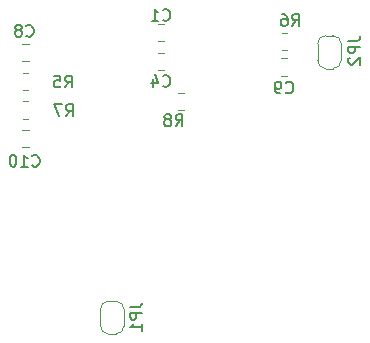
<source format=gbo>
G04 #@! TF.GenerationSoftware,KiCad,Pcbnew,(5.1.8-0-10_14)*
G04 #@! TF.CreationDate,2021-08-13T20:39:07-06:00*
G04 #@! TF.ProjectId,ESP8266_Water_Sensor,45535038-3236-4365-9f57-617465725f53,rev?*
G04 #@! TF.SameCoordinates,Original*
G04 #@! TF.FileFunction,Legend,Bot*
G04 #@! TF.FilePolarity,Positive*
%FSLAX46Y46*%
G04 Gerber Fmt 4.6, Leading zero omitted, Abs format (unit mm)*
G04 Created by KiCad (PCBNEW (5.1.8-0-10_14)) date 2021-08-13 20:39:07*
%MOMM*%
%LPD*%
G01*
G04 APERTURE LIST*
%ADD10C,0.120000*%
%ADD11C,0.150000*%
%ADD12C,3.716000*%
%ADD13O,1.801600X1.801600*%
%ADD14C,1.901600*%
%ADD15C,0.100000*%
%ADD16C,2.051600*%
%ADD17C,1.701600*%
G04 APERTURE END LIST*
D10*
X235577748Y-85015400D02*
X236100252Y-85015400D01*
X235577748Y-86485400D02*
X236100252Y-86485400D01*
X235526948Y-87479200D02*
X236049452Y-87479200D01*
X235526948Y-88949200D02*
X236049452Y-88949200D01*
X224594052Y-86691800D02*
X224071548Y-86691800D01*
X224594052Y-88161800D02*
X224071548Y-88161800D01*
X246488852Y-89406400D02*
X245966348Y-89406400D01*
X246488852Y-87936400D02*
X245966348Y-87936400D01*
X224594052Y-95477000D02*
X224071548Y-95477000D01*
X224594052Y-94007000D02*
X224071548Y-94007000D01*
X231973400Y-108480400D02*
X231373400Y-108480400D01*
X232673400Y-110580400D02*
X232673400Y-109180400D01*
X231373400Y-111280400D02*
X231973400Y-111280400D01*
X230673400Y-109180400D02*
X230673400Y-110580400D01*
X231373400Y-108480400D02*
G75*
G03*
X230673400Y-109180400I0J-700000D01*
G01*
X232673400Y-109180400D02*
G75*
G03*
X231973400Y-108480400I-700000J0D01*
G01*
X231973400Y-111280400D02*
G75*
G03*
X232673400Y-110580400I0J700000D01*
G01*
X230673400Y-110580400D02*
G75*
G03*
X231373400Y-111280400I700000J0D01*
G01*
X249063000Y-86701400D02*
X249063000Y-88101400D01*
X249763000Y-88801400D02*
X250363000Y-88801400D01*
X251063000Y-88101400D02*
X251063000Y-86701400D01*
X250363000Y-86001400D02*
X249763000Y-86001400D01*
X249063000Y-88101400D02*
G75*
G03*
X249763000Y-88801400I700000J0D01*
G01*
X250363000Y-88801400D02*
G75*
G03*
X251063000Y-88101400I0J700000D01*
G01*
X251063000Y-86701400D02*
G75*
G03*
X250363000Y-86001400I-700000J0D01*
G01*
X249763000Y-86001400D02*
G75*
G03*
X249063000Y-86701400I0J-700000D01*
G01*
X224105736Y-89155600D02*
X224559864Y-89155600D01*
X224105736Y-90625600D02*
X224559864Y-90625600D01*
X246025936Y-85777400D02*
X246480064Y-85777400D01*
X246025936Y-87247400D02*
X246480064Y-87247400D01*
X224105736Y-91568600D02*
X224559864Y-91568600D01*
X224105736Y-93038600D02*
X224559864Y-93038600D01*
X237262936Y-92302000D02*
X237717064Y-92302000D01*
X237262936Y-90832000D02*
X237717064Y-90832000D01*
D11*
X235954866Y-84659742D02*
X236002485Y-84707361D01*
X236145342Y-84754980D01*
X236240580Y-84754980D01*
X236383438Y-84707361D01*
X236478676Y-84612123D01*
X236526295Y-84516885D01*
X236573914Y-84326409D01*
X236573914Y-84183552D01*
X236526295Y-83993076D01*
X236478676Y-83897838D01*
X236383438Y-83802600D01*
X236240580Y-83754980D01*
X236145342Y-83754980D01*
X236002485Y-83802600D01*
X235954866Y-83850219D01*
X235002485Y-84754980D02*
X235573914Y-84754980D01*
X235288200Y-84754980D02*
X235288200Y-83754980D01*
X235383438Y-83897838D01*
X235478676Y-83993076D01*
X235573914Y-84040695D01*
X235954866Y-90251342D02*
X236002485Y-90298961D01*
X236145342Y-90346580D01*
X236240580Y-90346580D01*
X236383438Y-90298961D01*
X236478676Y-90203723D01*
X236526295Y-90108485D01*
X236573914Y-89918009D01*
X236573914Y-89775152D01*
X236526295Y-89584676D01*
X236478676Y-89489438D01*
X236383438Y-89394200D01*
X236240580Y-89346580D01*
X236145342Y-89346580D01*
X236002485Y-89394200D01*
X235954866Y-89441819D01*
X235097723Y-89679914D02*
X235097723Y-90346580D01*
X235335819Y-89298961D02*
X235573914Y-90013247D01*
X234954866Y-90013247D01*
X224397866Y-86005942D02*
X224445485Y-86053561D01*
X224588342Y-86101180D01*
X224683580Y-86101180D01*
X224826438Y-86053561D01*
X224921676Y-85958323D01*
X224969295Y-85863085D01*
X225016914Y-85672609D01*
X225016914Y-85529752D01*
X224969295Y-85339276D01*
X224921676Y-85244038D01*
X224826438Y-85148800D01*
X224683580Y-85101180D01*
X224588342Y-85101180D01*
X224445485Y-85148800D01*
X224397866Y-85196419D01*
X223826438Y-85529752D02*
X223921676Y-85482133D01*
X223969295Y-85434514D01*
X224016914Y-85339276D01*
X224016914Y-85291657D01*
X223969295Y-85196419D01*
X223921676Y-85148800D01*
X223826438Y-85101180D01*
X223635961Y-85101180D01*
X223540723Y-85148800D01*
X223493104Y-85196419D01*
X223445485Y-85291657D01*
X223445485Y-85339276D01*
X223493104Y-85434514D01*
X223540723Y-85482133D01*
X223635961Y-85529752D01*
X223826438Y-85529752D01*
X223921676Y-85577371D01*
X223969295Y-85624990D01*
X224016914Y-85720228D01*
X224016914Y-85910704D01*
X223969295Y-86005942D01*
X223921676Y-86053561D01*
X223826438Y-86101180D01*
X223635961Y-86101180D01*
X223540723Y-86053561D01*
X223493104Y-86005942D01*
X223445485Y-85910704D01*
X223445485Y-85720228D01*
X223493104Y-85624990D01*
X223540723Y-85577371D01*
X223635961Y-85529752D01*
X246372766Y-90806542D02*
X246420385Y-90854161D01*
X246563242Y-90901780D01*
X246658480Y-90901780D01*
X246801338Y-90854161D01*
X246896576Y-90758923D01*
X246944195Y-90663685D01*
X246991814Y-90473209D01*
X246991814Y-90330352D01*
X246944195Y-90139876D01*
X246896576Y-90044638D01*
X246801338Y-89949400D01*
X246658480Y-89901780D01*
X246563242Y-89901780D01*
X246420385Y-89949400D01*
X246372766Y-89997019D01*
X245896576Y-90901780D02*
X245706100Y-90901780D01*
X245610861Y-90854161D01*
X245563242Y-90806542D01*
X245468004Y-90663685D01*
X245420385Y-90473209D01*
X245420385Y-90092257D01*
X245468004Y-89997019D01*
X245515623Y-89949400D01*
X245610861Y-89901780D01*
X245801338Y-89901780D01*
X245896576Y-89949400D01*
X245944195Y-89997019D01*
X245991814Y-90092257D01*
X245991814Y-90330352D01*
X245944195Y-90425590D01*
X245896576Y-90473209D01*
X245801338Y-90520828D01*
X245610861Y-90520828D01*
X245515623Y-90473209D01*
X245468004Y-90425590D01*
X245420385Y-90330352D01*
X224899457Y-97004142D02*
X224947076Y-97051761D01*
X225089933Y-97099380D01*
X225185171Y-97099380D01*
X225328028Y-97051761D01*
X225423266Y-96956523D01*
X225470885Y-96861285D01*
X225518504Y-96670809D01*
X225518504Y-96527952D01*
X225470885Y-96337476D01*
X225423266Y-96242238D01*
X225328028Y-96147000D01*
X225185171Y-96099380D01*
X225089933Y-96099380D01*
X224947076Y-96147000D01*
X224899457Y-96194619D01*
X223947076Y-97099380D02*
X224518504Y-97099380D01*
X224232790Y-97099380D02*
X224232790Y-96099380D01*
X224328028Y-96242238D01*
X224423266Y-96337476D01*
X224518504Y-96385095D01*
X223328028Y-96099380D02*
X223232790Y-96099380D01*
X223137552Y-96147000D01*
X223089933Y-96194619D01*
X223042314Y-96289857D01*
X222994695Y-96480333D01*
X222994695Y-96718428D01*
X223042314Y-96908904D01*
X223089933Y-97004142D01*
X223137552Y-97051761D01*
X223232790Y-97099380D01*
X223328028Y-97099380D01*
X223423266Y-97051761D01*
X223470885Y-97004142D01*
X223518504Y-96908904D01*
X223566123Y-96718428D01*
X223566123Y-96480333D01*
X223518504Y-96289857D01*
X223470885Y-96194619D01*
X223423266Y-96147000D01*
X223328028Y-96099380D01*
X233183180Y-108996266D02*
X233897466Y-108996266D01*
X234040323Y-108948647D01*
X234135561Y-108853409D01*
X234183180Y-108710552D01*
X234183180Y-108615314D01*
X234183180Y-109472457D02*
X233183180Y-109472457D01*
X233183180Y-109853409D01*
X233230800Y-109948647D01*
X233278419Y-109996266D01*
X233373657Y-110043885D01*
X233516514Y-110043885D01*
X233611752Y-109996266D01*
X233659371Y-109948647D01*
X233706990Y-109853409D01*
X233706990Y-109472457D01*
X234183180Y-110996266D02*
X234183180Y-110424838D01*
X234183180Y-110710552D02*
X233183180Y-110710552D01*
X233326038Y-110615314D01*
X233421276Y-110520076D01*
X233468895Y-110424838D01*
X251674380Y-86456066D02*
X252388666Y-86456066D01*
X252531523Y-86408447D01*
X252626761Y-86313209D01*
X252674380Y-86170352D01*
X252674380Y-86075114D01*
X252674380Y-86932257D02*
X251674380Y-86932257D01*
X251674380Y-87313209D01*
X251722000Y-87408447D01*
X251769619Y-87456066D01*
X251864857Y-87503685D01*
X252007714Y-87503685D01*
X252102952Y-87456066D01*
X252150571Y-87408447D01*
X252198190Y-87313209D01*
X252198190Y-86932257D01*
X251769619Y-87884638D02*
X251722000Y-87932257D01*
X251674380Y-88027495D01*
X251674380Y-88265590D01*
X251722000Y-88360828D01*
X251769619Y-88408447D01*
X251864857Y-88456066D01*
X251960095Y-88456066D01*
X252102952Y-88408447D01*
X252674380Y-87837019D01*
X252674380Y-88456066D01*
X227674466Y-90393780D02*
X228007800Y-89917590D01*
X228245895Y-90393780D02*
X228245895Y-89393780D01*
X227864942Y-89393780D01*
X227769704Y-89441400D01*
X227722085Y-89489019D01*
X227674466Y-89584257D01*
X227674466Y-89727114D01*
X227722085Y-89822352D01*
X227769704Y-89869971D01*
X227864942Y-89917590D01*
X228245895Y-89917590D01*
X226769704Y-89393780D02*
X227245895Y-89393780D01*
X227293514Y-89869971D01*
X227245895Y-89822352D01*
X227150657Y-89774733D01*
X226912561Y-89774733D01*
X226817323Y-89822352D01*
X226769704Y-89869971D01*
X226722085Y-89965209D01*
X226722085Y-90203304D01*
X226769704Y-90298542D01*
X226817323Y-90346161D01*
X226912561Y-90393780D01*
X227150657Y-90393780D01*
X227245895Y-90346161D01*
X227293514Y-90298542D01*
X246911666Y-85186780D02*
X247245000Y-84710590D01*
X247483095Y-85186780D02*
X247483095Y-84186780D01*
X247102142Y-84186780D01*
X247006904Y-84234400D01*
X246959285Y-84282019D01*
X246911666Y-84377257D01*
X246911666Y-84520114D01*
X246959285Y-84615352D01*
X247006904Y-84662971D01*
X247102142Y-84710590D01*
X247483095Y-84710590D01*
X246054523Y-84186780D02*
X246245000Y-84186780D01*
X246340238Y-84234400D01*
X246387857Y-84282019D01*
X246483095Y-84424876D01*
X246530714Y-84615352D01*
X246530714Y-84996304D01*
X246483095Y-85091542D01*
X246435476Y-85139161D01*
X246340238Y-85186780D01*
X246149761Y-85186780D01*
X246054523Y-85139161D01*
X246006904Y-85091542D01*
X245959285Y-84996304D01*
X245959285Y-84758209D01*
X246006904Y-84662971D01*
X246054523Y-84615352D01*
X246149761Y-84567733D01*
X246340238Y-84567733D01*
X246435476Y-84615352D01*
X246483095Y-84662971D01*
X246530714Y-84758209D01*
X227750666Y-92832180D02*
X228084000Y-92355990D01*
X228322095Y-92832180D02*
X228322095Y-91832180D01*
X227941142Y-91832180D01*
X227845904Y-91879800D01*
X227798285Y-91927419D01*
X227750666Y-92022657D01*
X227750666Y-92165514D01*
X227798285Y-92260752D01*
X227845904Y-92308371D01*
X227941142Y-92355990D01*
X228322095Y-92355990D01*
X227417333Y-91832180D02*
X226750666Y-91832180D01*
X227179238Y-92832180D01*
X237037666Y-93670380D02*
X237371000Y-93194190D01*
X237609095Y-93670380D02*
X237609095Y-92670380D01*
X237228142Y-92670380D01*
X237132904Y-92718000D01*
X237085285Y-92765619D01*
X237037666Y-92860857D01*
X237037666Y-93003714D01*
X237085285Y-93098952D01*
X237132904Y-93146571D01*
X237228142Y-93194190D01*
X237609095Y-93194190D01*
X236466238Y-93098952D02*
X236561476Y-93051333D01*
X236609095Y-93003714D01*
X236656714Y-92908476D01*
X236656714Y-92860857D01*
X236609095Y-92765619D01*
X236561476Y-92718000D01*
X236466238Y-92670380D01*
X236275761Y-92670380D01*
X236180523Y-92718000D01*
X236132904Y-92765619D01*
X236085285Y-92860857D01*
X236085285Y-92908476D01*
X236132904Y-93003714D01*
X236180523Y-93051333D01*
X236275761Y-93098952D01*
X236466238Y-93098952D01*
X236561476Y-93146571D01*
X236609095Y-93194190D01*
X236656714Y-93289428D01*
X236656714Y-93479904D01*
X236609095Y-93575142D01*
X236561476Y-93622761D01*
X236466238Y-93670380D01*
X236275761Y-93670380D01*
X236180523Y-93622761D01*
X236132904Y-93575142D01*
X236085285Y-93479904D01*
X236085285Y-93289428D01*
X236132904Y-93194190D01*
X236180523Y-93146571D01*
X236275761Y-93098952D01*
%LPC*%
D12*
X252730000Y-125730000D03*
G36*
G01*
X234163200Y-86254583D02*
X234163200Y-85246217D01*
G75*
G02*
X234434817Y-84974600I271617J0D01*
G01*
X235168183Y-84974600D01*
G75*
G02*
X235439800Y-85246217I0J-271617D01*
G01*
X235439800Y-86254583D01*
G75*
G02*
X235168183Y-86526200I-271617J0D01*
G01*
X234434817Y-86526200D01*
G75*
G02*
X234163200Y-86254583I0J271617D01*
G01*
G37*
G36*
G01*
X236238200Y-86254583D02*
X236238200Y-85246217D01*
G75*
G02*
X236509817Y-84974600I271617J0D01*
G01*
X237243183Y-84974600D01*
G75*
G02*
X237514800Y-85246217I0J-271617D01*
G01*
X237514800Y-86254583D01*
G75*
G02*
X237243183Y-86526200I-271617J0D01*
G01*
X236509817Y-86526200D01*
G75*
G02*
X236238200Y-86254583I0J271617D01*
G01*
G37*
G36*
G01*
X234112400Y-88718383D02*
X234112400Y-87710017D01*
G75*
G02*
X234384017Y-87438400I271617J0D01*
G01*
X235117383Y-87438400D01*
G75*
G02*
X235389000Y-87710017I0J-271617D01*
G01*
X235389000Y-88718383D01*
G75*
G02*
X235117383Y-88990000I-271617J0D01*
G01*
X234384017Y-88990000D01*
G75*
G02*
X234112400Y-88718383I0J271617D01*
G01*
G37*
G36*
G01*
X236187400Y-88718383D02*
X236187400Y-87710017D01*
G75*
G02*
X236459017Y-87438400I271617J0D01*
G01*
X237192383Y-87438400D01*
G75*
G02*
X237464000Y-87710017I0J-271617D01*
G01*
X237464000Y-88718383D01*
G75*
G02*
X237192383Y-88990000I-271617J0D01*
G01*
X236459017Y-88990000D01*
G75*
G02*
X236187400Y-88718383I0J271617D01*
G01*
G37*
G36*
G01*
X223933600Y-86922617D02*
X223933600Y-87930983D01*
G75*
G02*
X223661983Y-88202600I-271617J0D01*
G01*
X222928617Y-88202600D01*
G75*
G02*
X222657000Y-87930983I0J271617D01*
G01*
X222657000Y-86922617D01*
G75*
G02*
X222928617Y-86651000I271617J0D01*
G01*
X223661983Y-86651000D01*
G75*
G02*
X223933600Y-86922617I0J-271617D01*
G01*
G37*
G36*
G01*
X226008600Y-86922617D02*
X226008600Y-87930983D01*
G75*
G02*
X225736983Y-88202600I-271617J0D01*
G01*
X225003617Y-88202600D01*
G75*
G02*
X224732000Y-87930983I0J271617D01*
G01*
X224732000Y-86922617D01*
G75*
G02*
X225003617Y-86651000I271617J0D01*
G01*
X225736983Y-86651000D01*
G75*
G02*
X226008600Y-86922617I0J-271617D01*
G01*
G37*
G36*
G01*
X247903400Y-88167217D02*
X247903400Y-89175583D01*
G75*
G02*
X247631783Y-89447200I-271617J0D01*
G01*
X246898417Y-89447200D01*
G75*
G02*
X246626800Y-89175583I0J271617D01*
G01*
X246626800Y-88167217D01*
G75*
G02*
X246898417Y-87895600I271617J0D01*
G01*
X247631783Y-87895600D01*
G75*
G02*
X247903400Y-88167217I0J-271617D01*
G01*
G37*
G36*
G01*
X245828400Y-88167217D02*
X245828400Y-89175583D01*
G75*
G02*
X245556783Y-89447200I-271617J0D01*
G01*
X244823417Y-89447200D01*
G75*
G02*
X244551800Y-89175583I0J271617D01*
G01*
X244551800Y-88167217D01*
G75*
G02*
X244823417Y-87895600I271617J0D01*
G01*
X245556783Y-87895600D01*
G75*
G02*
X245828400Y-88167217I0J-271617D01*
G01*
G37*
G36*
G01*
X226008600Y-94237817D02*
X226008600Y-95246183D01*
G75*
G02*
X225736983Y-95517800I-271617J0D01*
G01*
X225003617Y-95517800D01*
G75*
G02*
X224732000Y-95246183I0J271617D01*
G01*
X224732000Y-94237817D01*
G75*
G02*
X225003617Y-93966200I271617J0D01*
G01*
X225736983Y-93966200D01*
G75*
G02*
X226008600Y-94237817I0J-271617D01*
G01*
G37*
G36*
G01*
X223933600Y-94237817D02*
X223933600Y-95246183D01*
G75*
G02*
X223661983Y-95517800I-271617J0D01*
G01*
X222928617Y-95517800D01*
G75*
G02*
X222657000Y-95246183I0J271617D01*
G01*
X222657000Y-94237817D01*
G75*
G02*
X222928617Y-93966200I271617J0D01*
G01*
X223661983Y-93966200D01*
G75*
G02*
X223933600Y-94237817I0J-271617D01*
G01*
G37*
G36*
G01*
X227242000Y-109308000D02*
X227242000Y-107608000D01*
G75*
G02*
X227292800Y-107557200I50800J0D01*
G01*
X228992800Y-107557200D01*
G75*
G02*
X229043600Y-107608000I0J-50800D01*
G01*
X229043600Y-109308000D01*
G75*
G02*
X228992800Y-109358800I-50800J0D01*
G01*
X227292800Y-109358800D01*
G75*
G02*
X227242000Y-109308000I0J50800D01*
G01*
G37*
D13*
X228142800Y-110998000D03*
X228142800Y-113538000D03*
X228142800Y-116078000D03*
X228142800Y-118618000D03*
X228142800Y-121158000D03*
D14*
X219884000Y-126644400D03*
G36*
G01*
X213933200Y-127544400D02*
X213933200Y-125744400D01*
G75*
G02*
X213984000Y-125693600I50800J0D01*
G01*
X215784000Y-125693600D01*
G75*
G02*
X215834800Y-125744400I0J-50800D01*
G01*
X215834800Y-127544400D01*
G75*
G02*
X215784000Y-127595200I-50800J0D01*
G01*
X213984000Y-127595200D01*
G75*
G02*
X213933200Y-127544400I0J50800D01*
G01*
G37*
G36*
G01*
X252084000Y-105881600D02*
X253884000Y-105881600D01*
G75*
G02*
X253934800Y-105932400I0J-50800D01*
G01*
X253934800Y-107732400D01*
G75*
G02*
X253884000Y-107783200I-50800J0D01*
G01*
X252084000Y-107783200D01*
G75*
G02*
X252033200Y-107732400I0J50800D01*
G01*
X252033200Y-105932400D01*
G75*
G02*
X252084000Y-105881600I50800J0D01*
G01*
G37*
X252984000Y-111832400D03*
D13*
X254965200Y-97942400D03*
X254965200Y-95402400D03*
X254965200Y-92862400D03*
X254965200Y-90322400D03*
X254965200Y-87782400D03*
G36*
G01*
X254064400Y-86092400D02*
X254064400Y-84392400D01*
G75*
G02*
X254115200Y-84341600I50800J0D01*
G01*
X255815200Y-84341600D01*
G75*
G02*
X255866000Y-84392400I0J-50800D01*
G01*
X255866000Y-86092400D01*
G75*
G02*
X255815200Y-86143200I-50800J0D01*
G01*
X254115200Y-86143200D01*
G75*
G02*
X254064400Y-86092400I0J50800D01*
G01*
G37*
D15*
G36*
X232473598Y-110536513D02*
G01*
X232473598Y-110554934D01*
X232473353Y-110559914D01*
X232468543Y-110608745D01*
X232467812Y-110613675D01*
X232458240Y-110661800D01*
X232457028Y-110666637D01*
X232442784Y-110713592D01*
X232441105Y-110718285D01*
X232422328Y-110763618D01*
X232420196Y-110768126D01*
X232397065Y-110811399D01*
X232394503Y-110815673D01*
X232367243Y-110856472D01*
X232364273Y-110860477D01*
X232333145Y-110898406D01*
X232329797Y-110902100D01*
X232295100Y-110936797D01*
X232291406Y-110940145D01*
X232253477Y-110971273D01*
X232249472Y-110974243D01*
X232208673Y-111001503D01*
X232204399Y-111004065D01*
X232161126Y-111027196D01*
X232156618Y-111029328D01*
X232111285Y-111048105D01*
X232106592Y-111049784D01*
X232059637Y-111064028D01*
X232054800Y-111065240D01*
X232006675Y-111074812D01*
X232001745Y-111075543D01*
X231952914Y-111080353D01*
X231947934Y-111080598D01*
X231929513Y-111080598D01*
X231923400Y-111081200D01*
X231423400Y-111081200D01*
X231417287Y-111080598D01*
X231398866Y-111080598D01*
X231393886Y-111080353D01*
X231345055Y-111075543D01*
X231340125Y-111074812D01*
X231292000Y-111065240D01*
X231287163Y-111064028D01*
X231240208Y-111049784D01*
X231235515Y-111048105D01*
X231190182Y-111029328D01*
X231185674Y-111027196D01*
X231142401Y-111004065D01*
X231138127Y-111001503D01*
X231097328Y-110974243D01*
X231093323Y-110971273D01*
X231055394Y-110940145D01*
X231051700Y-110936797D01*
X231017003Y-110902100D01*
X231013655Y-110898406D01*
X230982527Y-110860477D01*
X230979557Y-110856472D01*
X230952297Y-110815673D01*
X230949735Y-110811399D01*
X230926604Y-110768126D01*
X230924472Y-110763618D01*
X230905695Y-110718285D01*
X230904016Y-110713592D01*
X230889772Y-110666637D01*
X230888560Y-110661800D01*
X230878988Y-110613675D01*
X230878257Y-110608745D01*
X230873447Y-110559914D01*
X230873202Y-110554934D01*
X230873202Y-110536513D01*
X230872600Y-110530400D01*
X230872600Y-110030400D01*
X230873576Y-110020489D01*
X230876467Y-110010960D01*
X230881161Y-110002177D01*
X230887479Y-109994479D01*
X230895177Y-109988161D01*
X230903960Y-109983467D01*
X230913489Y-109980576D01*
X230923400Y-109979600D01*
X232423400Y-109979600D01*
X232433311Y-109980576D01*
X232442840Y-109983467D01*
X232451623Y-109988161D01*
X232459321Y-109994479D01*
X232465639Y-110002177D01*
X232470333Y-110010960D01*
X232473224Y-110020489D01*
X232474200Y-110030400D01*
X232474200Y-110530400D01*
X232473598Y-110536513D01*
G37*
G36*
X232473224Y-109740311D02*
G01*
X232470333Y-109749840D01*
X232465639Y-109758623D01*
X232459321Y-109766321D01*
X232451623Y-109772639D01*
X232442840Y-109777333D01*
X232433311Y-109780224D01*
X232423400Y-109781200D01*
X230923400Y-109781200D01*
X230913489Y-109780224D01*
X230903960Y-109777333D01*
X230895177Y-109772639D01*
X230887479Y-109766321D01*
X230881161Y-109758623D01*
X230876467Y-109749840D01*
X230873576Y-109740311D01*
X230872600Y-109730400D01*
X230872600Y-109230400D01*
X230873202Y-109224287D01*
X230873202Y-109205866D01*
X230873447Y-109200886D01*
X230878257Y-109152055D01*
X230878988Y-109147125D01*
X230888560Y-109099000D01*
X230889772Y-109094163D01*
X230904016Y-109047208D01*
X230905695Y-109042515D01*
X230924472Y-108997182D01*
X230926604Y-108992674D01*
X230949735Y-108949401D01*
X230952297Y-108945127D01*
X230979557Y-108904328D01*
X230982527Y-108900323D01*
X231013655Y-108862394D01*
X231017003Y-108858700D01*
X231051700Y-108824003D01*
X231055394Y-108820655D01*
X231093323Y-108789527D01*
X231097328Y-108786557D01*
X231138127Y-108759297D01*
X231142401Y-108756735D01*
X231185674Y-108733604D01*
X231190182Y-108731472D01*
X231235515Y-108712695D01*
X231240208Y-108711016D01*
X231287163Y-108696772D01*
X231292000Y-108695560D01*
X231340125Y-108685988D01*
X231345055Y-108685257D01*
X231393886Y-108680447D01*
X231398866Y-108680202D01*
X231417287Y-108680202D01*
X231423400Y-108679600D01*
X231923400Y-108679600D01*
X231929513Y-108680202D01*
X231947934Y-108680202D01*
X231952914Y-108680447D01*
X232001745Y-108685257D01*
X232006675Y-108685988D01*
X232054800Y-108695560D01*
X232059637Y-108696772D01*
X232106592Y-108711016D01*
X232111285Y-108712695D01*
X232156618Y-108731472D01*
X232161126Y-108733604D01*
X232204399Y-108756735D01*
X232208673Y-108759297D01*
X232249472Y-108786557D01*
X232253477Y-108789527D01*
X232291406Y-108820655D01*
X232295100Y-108824003D01*
X232329797Y-108858700D01*
X232333145Y-108862394D01*
X232364273Y-108900323D01*
X232367243Y-108904328D01*
X232394503Y-108945127D01*
X232397065Y-108949401D01*
X232420196Y-108992674D01*
X232422328Y-108997182D01*
X232441105Y-109042515D01*
X232442784Y-109047208D01*
X232457028Y-109094163D01*
X232458240Y-109099000D01*
X232467812Y-109147125D01*
X232468543Y-109152055D01*
X232473353Y-109200886D01*
X232473598Y-109205866D01*
X232473598Y-109224287D01*
X232474200Y-109230400D01*
X232474200Y-109730400D01*
X232473224Y-109740311D01*
G37*
G36*
X250862824Y-87261311D02*
G01*
X250859933Y-87270840D01*
X250855239Y-87279623D01*
X250848921Y-87287321D01*
X250841223Y-87293639D01*
X250832440Y-87298333D01*
X250822911Y-87301224D01*
X250813000Y-87302200D01*
X249313000Y-87302200D01*
X249303089Y-87301224D01*
X249293560Y-87298333D01*
X249284777Y-87293639D01*
X249277079Y-87287321D01*
X249270761Y-87279623D01*
X249266067Y-87270840D01*
X249263176Y-87261311D01*
X249262200Y-87251400D01*
X249262200Y-86751400D01*
X249262802Y-86745287D01*
X249262802Y-86726866D01*
X249263047Y-86721886D01*
X249267857Y-86673055D01*
X249268588Y-86668125D01*
X249278160Y-86620000D01*
X249279372Y-86615163D01*
X249293616Y-86568208D01*
X249295295Y-86563515D01*
X249314072Y-86518182D01*
X249316204Y-86513674D01*
X249339335Y-86470401D01*
X249341897Y-86466127D01*
X249369157Y-86425328D01*
X249372127Y-86421323D01*
X249403255Y-86383394D01*
X249406603Y-86379700D01*
X249441300Y-86345003D01*
X249444994Y-86341655D01*
X249482923Y-86310527D01*
X249486928Y-86307557D01*
X249527727Y-86280297D01*
X249532001Y-86277735D01*
X249575274Y-86254604D01*
X249579782Y-86252472D01*
X249625115Y-86233695D01*
X249629808Y-86232016D01*
X249676763Y-86217772D01*
X249681600Y-86216560D01*
X249729725Y-86206988D01*
X249734655Y-86206257D01*
X249783486Y-86201447D01*
X249788466Y-86201202D01*
X249806887Y-86201202D01*
X249813000Y-86200600D01*
X250313000Y-86200600D01*
X250319113Y-86201202D01*
X250337534Y-86201202D01*
X250342514Y-86201447D01*
X250391345Y-86206257D01*
X250396275Y-86206988D01*
X250444400Y-86216560D01*
X250449237Y-86217772D01*
X250496192Y-86232016D01*
X250500885Y-86233695D01*
X250546218Y-86252472D01*
X250550726Y-86254604D01*
X250593999Y-86277735D01*
X250598273Y-86280297D01*
X250639072Y-86307557D01*
X250643077Y-86310527D01*
X250681006Y-86341655D01*
X250684700Y-86345003D01*
X250719397Y-86379700D01*
X250722745Y-86383394D01*
X250753873Y-86421323D01*
X250756843Y-86425328D01*
X250784103Y-86466127D01*
X250786665Y-86470401D01*
X250809796Y-86513674D01*
X250811928Y-86518182D01*
X250830705Y-86563515D01*
X250832384Y-86568208D01*
X250846628Y-86615163D01*
X250847840Y-86620000D01*
X250857412Y-86668125D01*
X250858143Y-86673055D01*
X250862953Y-86721886D01*
X250863198Y-86726866D01*
X250863198Y-86745287D01*
X250863800Y-86751400D01*
X250863800Y-87251400D01*
X250862824Y-87261311D01*
G37*
G36*
X250863198Y-88057513D02*
G01*
X250863198Y-88075934D01*
X250862953Y-88080914D01*
X250858143Y-88129745D01*
X250857412Y-88134675D01*
X250847840Y-88182800D01*
X250846628Y-88187637D01*
X250832384Y-88234592D01*
X250830705Y-88239285D01*
X250811928Y-88284618D01*
X250809796Y-88289126D01*
X250786665Y-88332399D01*
X250784103Y-88336673D01*
X250756843Y-88377472D01*
X250753873Y-88381477D01*
X250722745Y-88419406D01*
X250719397Y-88423100D01*
X250684700Y-88457797D01*
X250681006Y-88461145D01*
X250643077Y-88492273D01*
X250639072Y-88495243D01*
X250598273Y-88522503D01*
X250593999Y-88525065D01*
X250550726Y-88548196D01*
X250546218Y-88550328D01*
X250500885Y-88569105D01*
X250496192Y-88570784D01*
X250449237Y-88585028D01*
X250444400Y-88586240D01*
X250396275Y-88595812D01*
X250391345Y-88596543D01*
X250342514Y-88601353D01*
X250337534Y-88601598D01*
X250319113Y-88601598D01*
X250313000Y-88602200D01*
X249813000Y-88602200D01*
X249806887Y-88601598D01*
X249788466Y-88601598D01*
X249783486Y-88601353D01*
X249734655Y-88596543D01*
X249729725Y-88595812D01*
X249681600Y-88586240D01*
X249676763Y-88585028D01*
X249629808Y-88570784D01*
X249625115Y-88569105D01*
X249579782Y-88550328D01*
X249575274Y-88548196D01*
X249532001Y-88525065D01*
X249527727Y-88522503D01*
X249486928Y-88495243D01*
X249482923Y-88492273D01*
X249444994Y-88461145D01*
X249441300Y-88457797D01*
X249406603Y-88423100D01*
X249403255Y-88419406D01*
X249372127Y-88381477D01*
X249369157Y-88377472D01*
X249341897Y-88336673D01*
X249339335Y-88332399D01*
X249316204Y-88289126D01*
X249314072Y-88284618D01*
X249295295Y-88239285D01*
X249293616Y-88234592D01*
X249279372Y-88187637D01*
X249278160Y-88182800D01*
X249268588Y-88134675D01*
X249267857Y-88129745D01*
X249263047Y-88080914D01*
X249262802Y-88075934D01*
X249262802Y-88057513D01*
X249262200Y-88051400D01*
X249262200Y-87551400D01*
X249263176Y-87541489D01*
X249266067Y-87531960D01*
X249270761Y-87523177D01*
X249277079Y-87515479D01*
X249284777Y-87509161D01*
X249293560Y-87504467D01*
X249303089Y-87501576D01*
X249313000Y-87500600D01*
X250813000Y-87500600D01*
X250822911Y-87501576D01*
X250832440Y-87504467D01*
X250841223Y-87509161D01*
X250848921Y-87515479D01*
X250855239Y-87523177D01*
X250859933Y-87531960D01*
X250862824Y-87541489D01*
X250863800Y-87551400D01*
X250863800Y-88051400D01*
X250863198Y-88057513D01*
G37*
G36*
G01*
X222682000Y-90370235D02*
X222682000Y-89410965D01*
G75*
G02*
X222953165Y-89139800I271165J0D01*
G01*
X223712435Y-89139800D01*
G75*
G02*
X223983600Y-89410965I0J-271165D01*
G01*
X223983600Y-90370235D01*
G75*
G02*
X223712435Y-90641400I-271165J0D01*
G01*
X222953165Y-90641400D01*
G75*
G02*
X222682000Y-90370235I0J271165D01*
G01*
G37*
G36*
G01*
X224682000Y-90370235D02*
X224682000Y-89410965D01*
G75*
G02*
X224953165Y-89139800I271165J0D01*
G01*
X225712435Y-89139800D01*
G75*
G02*
X225983600Y-89410965I0J-271165D01*
G01*
X225983600Y-90370235D01*
G75*
G02*
X225712435Y-90641400I-271165J0D01*
G01*
X224953165Y-90641400D01*
G75*
G02*
X224682000Y-90370235I0J271165D01*
G01*
G37*
G36*
G01*
X244602200Y-86992035D02*
X244602200Y-86032765D01*
G75*
G02*
X244873365Y-85761600I271165J0D01*
G01*
X245632635Y-85761600D01*
G75*
G02*
X245903800Y-86032765I0J-271165D01*
G01*
X245903800Y-86992035D01*
G75*
G02*
X245632635Y-87263200I-271165J0D01*
G01*
X244873365Y-87263200D01*
G75*
G02*
X244602200Y-86992035I0J271165D01*
G01*
G37*
G36*
G01*
X246602200Y-86992035D02*
X246602200Y-86032765D01*
G75*
G02*
X246873365Y-85761600I271165J0D01*
G01*
X247632635Y-85761600D01*
G75*
G02*
X247903800Y-86032765I0J-271165D01*
G01*
X247903800Y-86992035D01*
G75*
G02*
X247632635Y-87263200I-271165J0D01*
G01*
X246873365Y-87263200D01*
G75*
G02*
X246602200Y-86992035I0J271165D01*
G01*
G37*
G36*
G01*
X222682000Y-92783235D02*
X222682000Y-91823965D01*
G75*
G02*
X222953165Y-91552800I271165J0D01*
G01*
X223712435Y-91552800D01*
G75*
G02*
X223983600Y-91823965I0J-271165D01*
G01*
X223983600Y-92783235D01*
G75*
G02*
X223712435Y-93054400I-271165J0D01*
G01*
X222953165Y-93054400D01*
G75*
G02*
X222682000Y-92783235I0J271165D01*
G01*
G37*
G36*
G01*
X224682000Y-92783235D02*
X224682000Y-91823965D01*
G75*
G02*
X224953165Y-91552800I271165J0D01*
G01*
X225712435Y-91552800D01*
G75*
G02*
X225983600Y-91823965I0J-271165D01*
G01*
X225983600Y-92783235D01*
G75*
G02*
X225712435Y-93054400I-271165J0D01*
G01*
X224953165Y-93054400D01*
G75*
G02*
X224682000Y-92783235I0J271165D01*
G01*
G37*
G36*
G01*
X237839200Y-92046635D02*
X237839200Y-91087365D01*
G75*
G02*
X238110365Y-90816200I271165J0D01*
G01*
X238869635Y-90816200D01*
G75*
G02*
X239140800Y-91087365I0J-271165D01*
G01*
X239140800Y-92046635D01*
G75*
G02*
X238869635Y-92317800I-271165J0D01*
G01*
X238110365Y-92317800D01*
G75*
G02*
X237839200Y-92046635I0J271165D01*
G01*
G37*
G36*
G01*
X235839200Y-92046635D02*
X235839200Y-91087365D01*
G75*
G02*
X236110365Y-90816200I271165J0D01*
G01*
X236869635Y-90816200D01*
G75*
G02*
X237140800Y-91087365I0J-271165D01*
G01*
X237140800Y-92046635D01*
G75*
G02*
X236869635Y-92317800I-271165J0D01*
G01*
X236110365Y-92317800D01*
G75*
G02*
X235839200Y-92046635I0J271165D01*
G01*
G37*
D16*
X234492800Y-126593600D03*
X239492800Y-126593600D03*
X244492800Y-126593600D03*
D17*
X209742400Y-118211600D03*
G36*
G01*
X213093200Y-117411600D02*
X213093200Y-119011600D01*
G75*
G02*
X213042400Y-119062400I-50800J0D01*
G01*
X211442400Y-119062400D01*
G75*
G02*
X211391600Y-119011600I0J50800D01*
G01*
X211391600Y-117411600D01*
G75*
G02*
X211442400Y-117360800I50800J0D01*
G01*
X213042400Y-117360800D01*
G75*
G02*
X213093200Y-117411600I0J-50800D01*
G01*
G37*
G36*
G01*
X216624000Y-119011600D02*
X216624000Y-117411600D01*
G75*
G02*
X216674800Y-117360800I50800J0D01*
G01*
X218274800Y-117360800D01*
G75*
G02*
X218325600Y-117411600I0J-50800D01*
G01*
X218325600Y-119011600D01*
G75*
G02*
X218274800Y-119062400I-50800J0D01*
G01*
X216674800Y-119062400D01*
G75*
G02*
X216624000Y-119011600I0J50800D01*
G01*
G37*
X219974800Y-118211600D03*
D12*
X207772000Y-80772000D03*
M02*

</source>
